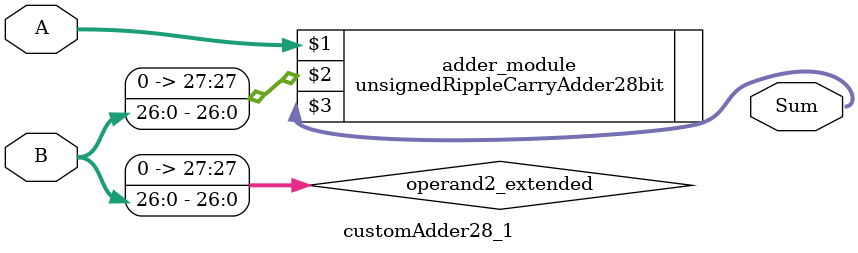
<source format=v>

module customAdder28_1(
                    input [27 : 0] A,
                    input [26 : 0] B,
                    
                    output [28 : 0] Sum
            );

    wire [27 : 0] operand2_extended;
    
    assign operand2_extended =  {1'b0, B};
    
    unsignedRippleCarryAdder28bit adder_module(
        A,
        operand2_extended,
        Sum
    );
    
endmodule
        
</source>
